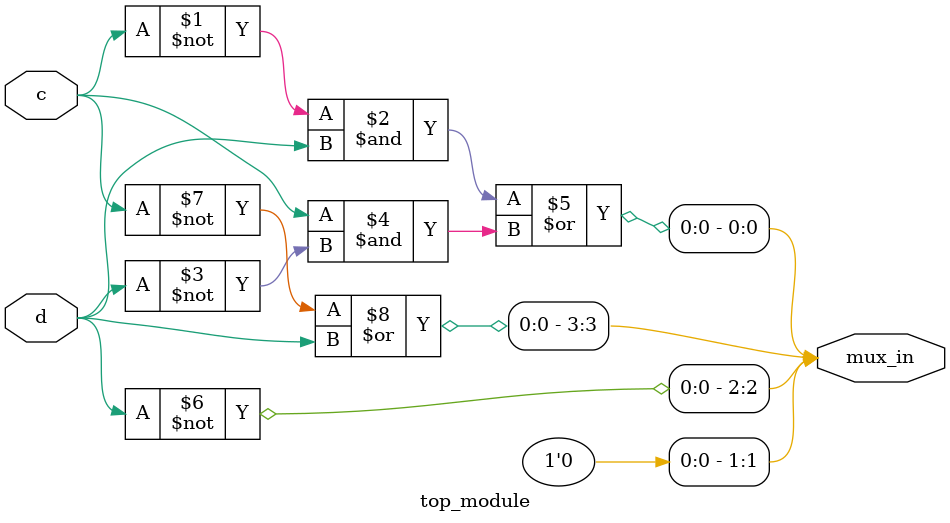
<source format=sv>
module top_module (
    input c,
    input d,
    output [3:0] mux_in
);

    // Implementing the Karnaugh map
    // mux_in[0] represents ab = 00
    // mux_in[1] represents ab = 01
    // mux_in[2] represents ab = 11
    // mux_in[3] represents ab = 10

    assign mux_in[0] = ~c & d | c & ~d;
    assign mux_in[1] = 1'b0;
    assign mux_in[2] = ~d;
    assign mux_in[3] = ~c | d;

endmodule

</source>
